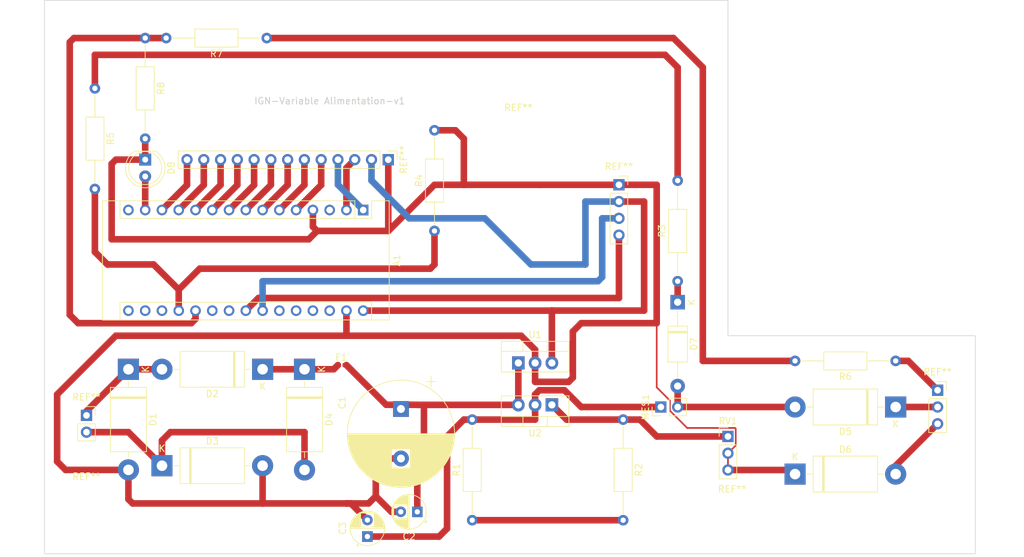
<source format=kicad_pcb>
(kicad_pcb (version 20211014) (generator pcbnew)
  (layers (0 "F.Cu" signal) (31 "B.Cu" signal) (34 "B.Paste" user) (35 "F.Paste" user) (36 "B.SilkS" user "B.Silkscreen") (37 "F.SilkS" user "F.Silkscreen") (38 "B.Mask" user) (39 "F.Mask" user) (44 "Edge.Cuts" user))
  (net 0 "")
  (net 1 "Display_1")
  (net 2 "Display_0")
  (net 4 "Screen GND")
  (net 5 "Display_2")
  (net 6 "Display_3")
  (net 7 "Display_4")
  (net 8 "Display_5")
  (net 9 "Display_6")
  (net 10 "Display_7")
  (net 11 "Display_8")
  (net 12 "Display_9")
  (net 13 "Display_10")
  (net 14 "Net-(A1-Pad14)")
  (net 19 "Net-(A1-Pad19)")
  (net 20 "Net-(A1-Pad20)")
  (net 23 "Screen SDA")
  (net 24 "Screen SCK")
  (net 29 "Screen Vcc")
  (net 30 "Net-(C1-Pad1)")
  (net 31 "Net-(C3-Pad1)")
  (net 32 "Net-(D2-Pad1)")
  (net 33 "Sortie +")
  (net 34 "Net-(D5-Pad2)")
  (net 35 "Sortie -")
  (net 36 "Net-(R3-Pad1)")
  (net 37 "Net-(R1-Pad1)")
  (net 38 "Net-(R2-Pad1)")
  (net 39 "Net-(R3-Pad2)")
  (net 40 "Sortie sonde")
  (net 41 "Net-(R6-Pad2)")
  (net 42 "Transfor1")
  (net 43 "Transfor2")
  (footprint "Connector_PinHeader_2.54mm:PinHeader_1x02_P2.54mm_Vertical" (layer "F.Cu") (at 128.27 107.95 90)
    (fp_text reference "MES1" (at 0 -2.33 90) (layer "F.SilkS"))
    (fp_text value "Ammeter_DC")
    (pad "1" thru_hole rect (at 0 0 90) (size 1.7 1.7) (drill 1) (layers *.Cu *.Mask) (net 31 "Net-(C3-Pad1)"))
    (pad "2" thru_hole oval (at 0 2.54 90) (size 1.7 1.7) (drill 1) (layers *.Cu *.Mask) (net 34 "Net-(D5-Pad2)"))
  )
  (footprint "Connector_PinSocket_2.54mm:PinSocket_1x04_P2.54mm_Vertical" (layer "F.Cu") (at 121.92 74.295)
    (fp_text reference "REF**" (at 0 -2.77) (layer "F.SilkS"))
    (fp_text value "PinSocket_1x04_P2.54mm_Vertical")
    (pad "1" thru_hole rect (at 0 0) (size 1.7 1.7) (drill 1) (layers *.Cu *.Mask) (net 4 "Screen GND"))
    (pad "2" thru_hole oval (at 0 2.54) (size 1.7 1.7) (drill 1) (layers *.Cu *.Mask) (net 29 "Screen Vcc"))
    (pad "3" thru_hole oval (at 0 5.08) (size 1.7 1.7) (drill 1) (layers *.Cu *.Mask) (net 24 "Screen SCK"))
    (pad "4" thru_hole oval (at 0 7.62) (size 1.7 1.7) (drill 1) (layers *.Cu *.Mask) (net 23 "Screen SDA"))
  )
  (footprint "MountingHole:MountingHole_3.7mm" (layer "F.Cu") (at 106.68 67.31)
    (fp_text reference "REF**" (at 0 -4.7) (layer "F.SilkS"))
    (fp_text value "MountingHole_3.7mm")
    (pad "" np_thru_hole circle (at 0 0) (size 3.7 3.7) (drill 3.7) (layers *.Cu *.Mask))
  )
  (footprint "Package_TO_SOT_THT:TO-220-3_Vertical" (layer "F.Cu") (at 106.68 101.275)
    (fp_text reference "U1" (at 2.54 -4.27) (layer "F.SilkS"))
    (fp_text value "L7805")
    (pad "1" thru_hole rect (at 0 0) (size 1.905 2) (drill 1.1) (layers *.Cu *.Mask) (net 30 "Net-(C1-Pad1)"))
    (pad "2" thru_hole oval (at 2.54 0) (size 1.905 2) (drill 1.1) (layers *.Cu *.Mask) (net 4 "Screen GND"))
    (pad "3" thru_hole oval (at 5.08 0) (size 1.905 2) (drill 1.1) (layers *.Cu *.Mask) (net 29 "Screen Vcc"))
  )
  (footprint "Connector_PinHeader_2.54mm:PinHeader_1x03_P2.54mm_Vertical" (layer "F.Cu") (at 138.43 112.41)
    (fp_text reference "RV1" (at 0 -2.33) (layer "F.SilkS"))
    (fp_text value "R_Potentiometer")
    (pad "1" thru_hole rect (at 0 0) (size 1.7 1.7) (drill 1) (layers *.Cu *.Mask) (net 38 "Net-(R2-Pad1)"))
    (pad "2" thru_hole oval (at 0 2.54) (size 1.7 1.7) (drill 1) (layers *.Cu *.Mask) (net 4 "Screen GND"))
    (pad "3" thru_hole oval (at 0 5.08) (size 1.7 1.7) (drill 1) (layers *.Cu *.Mask) (net 4 "Screen GND"))
  )
  (footprint "Diode_THT:D_DO-201AD_P15.24mm_Horizontal" (layer "F.Cu") (at 52.705 116.84)
    (fp_text reference "D3" (at 7.62 -3.72) (layer "F.SilkS"))
    (fp_text value "SF38G")
    (fp_text user "K" (at 0 -2.6) (layer "F.SilkS"))
    (pad "1" thru_hole rect (at 0 0) (size 3.2 3.2) (drill 1.6) (layers *.Cu *.Mask) (net 43 "Transfor2"))
    (pad "2" thru_hole oval (at 15.24 0) (size 3.2 3.2) (drill 1.6) (layers *.Cu *.Mask) (net 4 "Screen GND"))
  )
  (footprint "Resistor_THT:R_Axial_DIN0207_L6.3mm_D2.5mm_P15.24mm_Horizontal" (layer "F.Cu") (at 130.81 88.9 90)
    (fp_text reference "R3" (at 7.62 -2.37 90) (layer "F.SilkS"))
    (fp_text value "470")
    (pad "1" thru_hole circle (at 0 0 90) (size 1.6 1.6) (drill 0.8) (layers *.Cu *.Mask) (net 36 "Net-(R3-Pad1)"))
    (pad "2" thru_hole oval (at 15.24 0 90) (size 1.6 1.6) (drill 0.8) (layers *.Cu *.Mask) (net 39 "Net-(R3-Pad2)"))
  )
  (footprint "Resistor_THT:R_Axial_DIN0207_L6.3mm_D2.5mm_P15.24mm_Horizontal" (layer "F.Cu") (at 99.695 125.095 90)
    (fp_text reference "R1" (at 7.62 -2.37 90) (layer "F.SilkS"))
    (fp_text value "3300")
    (pad "1" thru_hole circle (at 0 0 90) (size 1.6 1.6) (drill 0.8) (layers *.Cu *.Mask) (net 37 "Net-(R1-Pad1)"))
    (pad "2" thru_hole oval (at 15.24 0 90) (size 1.6 1.6) (drill 0.8) (layers *.Cu *.Mask) (net 31 "Net-(C3-Pad1)"))
  )
  (footprint "Diode_THT:D_DO-41_SOD81_P12.70mm_Horizontal" (layer "F.Cu") (at 130.81 92.075 -90)
    (fp_text reference "D7" (at 6.35 -2.47 90) (layer "F.SilkS"))
    (fp_text value "1N4007")
    (fp_text user "K" (at 0 -2.1 90) (layer "F.SilkS"))
    (pad "1" thru_hole rect (at 0 0 270) (size 2.2 2.2) (drill 1.1) (layers *.Cu *.Mask) (net 36 "Net-(R3-Pad1)"))
    (pad "2" thru_hole oval (at 12.7 0 270) (size 2.2 2.2) (drill 1.1) (layers *.Cu *.Mask) (net 34 "Net-(D5-Pad2)"))
  )
  (footprint "Connector_PinHeader_2.54mm:PinHeader_1x13_P2.54mm_Vertical" (layer "F.Cu") (at 86.98 70.485 -90)
    (fp_text reference "REF**" (at 0 -2.33 90) (layer "F.SilkS"))
    (fp_text value "PinHeader_1x13_P2.54mm_Vertical")
    (pad "1" thru_hole rect (at 0 0 270) (size 1.7 1.7) (drill 1) (layers *.Cu *.Mask) (net 4 "Screen GND"))
    (pad "2" thru_hole oval (at 0 2.54 270) (size 1.7 1.7) (drill 1) (layers *.Cu *.Mask) (net 29 "Screen Vcc"))
    (pad "3" thru_hole oval (at 0 5.08 270) (size 1.7 1.7) (drill 1) (layers *.Cu *.Mask) (net 2 "Display_0"))
    (pad "4" thru_hole oval (at 0 7.62 270) (size 1.7 1.7) (drill 1) (layers *.Cu *.Mask) (net 1 "Display_1"))
    (pad "5" thru_hole oval (at 0 10.16 270) (size 1.7 1.7) (drill 1) (layers *.Cu *.Mask) (net 5 "Display_2"))
    (pad "6" thru_hole oval (at 0 12.7 270) (size 1.7 1.7) (drill 1) (layers *.Cu *.Mask) (net 6 "Display_3"))
    (pad "7" thru_hole oval (at 0 15.24 270) (size 1.7 1.7) (drill 1) (layers *.Cu *.Mask) (net 7 "Display_4"))
    (pad "8" thru_hole oval (at 0 17.78 270) (size 1.7 1.7) (drill 1) (layers *.Cu *.Mask) (net 8 "Display_5"))
    (pad "9" thru_hole oval (at 0 20.32 270) (size 1.7 1.7) (drill 1) (layers *.Cu *.Mask) (net 9 "Display_6"))
    (pad "10" thru_hole oval (at 0 22.86 270) (size 1.7 1.7) (drill 1) (layers *.Cu *.Mask) (net 10 "Display_7"))
    (pad "11" thru_hole oval (at 0 25.4 270) (size 1.7 1.7) (drill 1) (layers *.Cu *.Mask) (net 11 "Display_8"))
    (pad "12" thru_hole oval (at 0 27.94 270) (size 1.7 1.7) (drill 1) (layers *.Cu *.Mask) (net 12 "Display_9"))
    (pad "13" thru_hole oval (at 0 30.48 270) (size 1.7 1.7) (drill 1) (layers *.Cu *.Mask) (net 13 "Display_10"))
  )
  (footprint "Capacitor_THT:CP_Radial_D16.0mm_P7.50mm" (layer "F.Cu") (at 88.9 108.247246 -90)
    (fp_text reference "C1" (at -0.932246 8.89 90) (layer "F.SilkS"))
    (fp_text value "4700uf")
    (pad "1" thru_hole rect (at 0 0 270) (size 2.4 2.4) (drill 1.2) (layers *.Cu *.Mask) (net 30 "Net-(C1-Pad1)"))
    (pad "2" thru_hole circle (at 7.5 0 270) (size 2.4 2.4) (drill 1.2) (layers *.Cu *.Mask) (net 4 "Screen GND"))
  )
  (footprint "Resistor_THT:R_Axial_DIN0207_L6.3mm_D2.5mm_P15.24mm_Horizontal" (layer "F.Cu") (at 50.165 52.07 -90)
    (fp_text reference "R8" (at 7.62 -2.37 90) (layer "F.SilkS"))
    (fp_text value "2200")
    (pad "1" thru_hole circle (at 0 0 270) (size 1.6 1.6) (drill 0.8) (layers *.Cu *.Mask) (net 20 "Net-(A1-Pad20)"))
    (pad "2" thru_hole oval (at 15.24 0 270) (size 1.6 1.6) (drill 0.8) (layers *.Cu *.Mask) (net 4 "Screen GND"))
  )
  (footprint "MountingHole:MountingHole_3.7mm" (layer "F.Cu") (at 41.275 123.19)
    (fp_text reference "REF**" (at 0 -4.7) (layer "F.SilkS"))
    (fp_text value "MountingHole_3.7mm")
    (pad "" np_thru_hole circle (at 0 0) (size 3.7 3.7) (drill 3.7) (layers *.Cu *.Mask))
  )
  (footprint "Package_TO_SOT_THT:TO-220-3_Vertical" (layer "F.Cu") (at 111.76 107.625 180)
    (fp_text reference "U2" (at 2.54 -4.27) (layer "F.SilkS"))
    (fp_text value "LM317_TO-220")
    (pad "1" thru_hole rect (at 0 0 180) (size 1.905 2) (drill 1.1) (layers *.Cu *.Mask) (net 38 "Net-(R2-Pad1)"))
    (pad "2" thru_hole oval (at 2.54 0 180) (size 1.905 2) (drill 1.1) (layers *.Cu *.Mask) (net 31 "Net-(C3-Pad1)"))
    (pad "3" thru_hole oval (at 5.08 0 180) (size 1.905 2) (drill 1.1) (layers *.Cu *.Mask) (net 30 "Net-(C1-Pad1)"))
  )
  (footprint "Capacitor_THT:CP_Radial_D5.0mm_P2.50mm" (layer "F.Cu") (at 91.375113 123.825 180)
    (fp_text reference "C2" (at 1.25 -3.75) (layer "F.SilkS"))
    (fp_text value "0.1uf")
    (pad "1" thru_hole rect (at 0 0 180) (size 1.6 1.6) (drill 0.8) (layers *.Cu *.Mask) (net 30 "Net-(C1-Pad1)"))
    (pad "2" thru_hole circle (at 2.5 0 180) (size 1.6 1.6) (drill 0.8) (layers *.Cu *.Mask) (net 4 "Screen GND"))
  )
  (footprint "Diode_THT:D_DO-201AD_P15.24mm_Horizontal" (layer "F.Cu") (at 47.625 102.235 -90)
    (fp_text reference "D1" (at 7.62 -3.72 90) (layer "F.SilkS"))
    (fp_text value "SF38G")
    (fp_text user "K" (at 0 -2.6 90) (layer "F.SilkS"))
    (pad "1" thru_hole rect (at 0 0 270) (size 3.2 3.2) (drill 1.6) (layers *.Cu *.Mask) (net 42 "Transfor1"))
    (pad "2" thru_hole oval (at 15.24 0 270) (size 3.2 3.2) (drill 1.6) (layers *.Cu *.Mask) (net 4 "Screen GND"))
  )
  (footprint "Capacitor_THT:CP_Radial_D5.0mm_P2.50mm" (layer "F.Cu") (at 83.82 127.570113 90)
    (fp_text reference "C3" (at 1.25 -3.75 90) (layer "F.SilkS"))
    (fp_text value "1uf")
    (pad "1" thru_hole rect (at 0 0 90) (size 1.6 1.6) (drill 0.8) (layers *.Cu *.Mask) (net 31 "Net-(C3-Pad1)"))
    (pad "2" thru_hole circle (at 2.5 0 90) (size 1.6 1.6) (drill 0.8) (layers *.Cu *.Mask) (net 4 "Screen GND"))
  )
  (footprint "Module:Arduino_Nano" (layer "F.Cu") (at 83.185 78.115 -90)
    (fp_text reference "A1" (at 7.62 -5.08 90) (layer "F.SilkS"))
    (fp_text value "Arduino_Nano_v3.x")
    (pad "1" thru_hole rect (at 0 0 270) (size 1.6 1.6) (drill 1) (layers *.Cu *.Mask) (net 1 "Display_1"))
    (pad "2" thru_hole oval (at 0 2.54 270) (size 1.6 1.6) (drill 1) (layers *.Cu *.Mask) (net 2 "Display_0"))
    (pad "3" thru_hole oval (at 0 5.08 270) (size 1.6 1.6) (drill 1) (layers *.Cu *.Mask))
    (pad "4" thru_hole oval (at 0 7.62 270) (size 1.6 1.6) (drill 1) (layers *.Cu *.Mask) (net 4 "Screen GND"))
    (pad "5" thru_hole oval (at 0 10.16 270) (size 1.6 1.6) (drill 1) (layers *.Cu *.Mask) (net 5 "Display_2"))
    (pad "6" thru_hole oval (at 0 12.7 270) (size 1.6 1.6) (drill 1) (layers *.Cu *.Mask) (net 6 "Display_3"))
    (pad "7" thru_hole oval (at 0 15.24 270) (size 1.6 1.6) (drill 1) (layers *.Cu *.Mask) (net 7 "Display_4"))
    (pad "8" thru_hole oval (at 0 17.78 270) (size 1.6 1.6) (drill 1) (layers *.Cu *.Mask) (net 8 "Display_5"))
    (pad "9" thru_hole oval (at 0 20.32 270) (size 1.6 1.6) (drill 1) (layers *.Cu *.Mask) (net 9 "Display_6"))
    (pad "10" thru_hole oval (at 0 22.86 270) (size 1.6 1.6) (drill 1) (layers *.Cu *.Mask) (net 10 "Display_7"))
    (pad "11" thru_hole oval (at 0 25.4 270) (size 1.6 1.6) (drill 1) (layers *.Cu *.Mask) (net 11 "Display_8"))
    (pad "12" thru_hole oval (at 0 27.94 270) (size 1.6 1.6) (drill 1) (layers *.Cu *.Mask) (net 12 "Display_9"))
    (pad "13" thru_hole oval (at 0 30.48 270) (size 1.6 1.6) (drill 1) (layers *.Cu *.Mask) (net 13 "Display_10"))
    (pad "14" thru_hole oval (at 0 33.02 270) (size 1.6 1.6) (drill 1) (layers *.Cu *.Mask) (net 14 "Net-(A1-Pad14)"))
    (pad "15" thru_hole oval (at 0 35.56 270) (size 1.6 1.6) (drill 1) (layers *.Cu *.Mask))
    (pad "16" thru_hole oval (at 15.24 35.56 270) (size 1.6 1.6) (drill 1) (layers *.Cu *.Mask))
    (pad "17" thru_hole oval (at 15.24 33.02 270) (size 1.6 1.6) (drill 1) (layers *.Cu *.Mask))
    (pad "18" thru_hole oval (at 15.24 30.48 270) (size 1.6 1.6) (drill 1) (layers *.Cu *.Mask))
    (pad "19" thru_hole oval (at 15.24 27.94 270) (size 1.6 1.6) (drill 1) (layers *.Cu *.Mask) (net 19 "Net-(A1-Pad19)"))
    (pad "20" thru_hole oval (at 15.24 25.4 270) (size 1.6 1.6) (drill 1) (layers *.Cu *.Mask) (net 20 "Net-(A1-Pad20)"))
    (pad "21" thru_hole oval (at 15.24 22.86 270) (size 1.6 1.6) (drill 1) (layers *.Cu *.Mask))
    (pad "22" thru_hole oval (at 15.24 20.32 270) (size 1.6 1.6) (drill 1) (layers *.Cu *.Mask))
    (pad "23" thru_hole oval (at 15.24 17.78 270) (size 1.6 1.6) (drill 1) (layers *.Cu *.Mask) (net 23 "Screen SDA"))
    (pad "24" thru_hole oval (at 15.24 15.24 270) (size 1.6 1.6) (drill 1) (layers *.Cu *.Mask) (net 24 "Screen SCK"))
    (pad "25" thru_hole oval (at 15.24 12.7 270) (size 1.6 1.6) (drill 1) (layers *.Cu *.Mask))
    (pad "26" thru_hole oval (at 15.24 10.16 270) (size 1.6 1.6) (drill 1) (layers *.Cu *.Mask))
    (pad "27" thru_hole oval (at 15.24 7.62 270) (size 1.6 1.6) (drill 1) (layers *.Cu *.Mask))
    (pad "28" thru_hole oval (at 15.24 5.08 270) (size 1.6 1.6) (drill 1) (layers *.Cu *.Mask))
    (pad "29" thru_hole oval (at 15.24 2.54 270) (size 1.6 1.6) (drill 1) (layers *.Cu *.Mask) (net 4 "Screen GND"))
    (pad "30" thru_hole oval (at 15.24 0 270) (size 1.6 1.6) (drill 1) (layers *.Cu *.Mask) (net 29 "Screen Vcc"))
  )
  (footprint "Diode_THT:D_DO-201AD_P15.24mm_Horizontal" (layer "F.Cu") (at 67.945 102.235 180)
    (fp_text reference "D2" (at 7.62 -3.72) (layer "F.SilkS"))
    (fp_text value "SF38G")
    (fp_text user "K" (at 0 -2.6) (layer "F.SilkS"))
    (pad "1" thru_hole rect (at 0 0 180) (size 3.2 3.2) (drill 1.6) (layers *.Cu *.Mask) (net 32 "Net-(D2-Pad1)"))
    (pad "2" thru_hole oval (at 15.24 0 180) (size 3.2 3.2) (drill 1.6) (layers *.Cu *.Mask) (net 42 "Transfor1"))
  )
  (footprint "Resistor_THT:R_Axial_DIN0207_L6.3mm_D2.5mm_P15.24mm_Horizontal" (layer "F.Cu") (at 68.58 52.07 180)
    (fp_text reference "R7" (at 7.62 -2.37) (layer "F.SilkS"))
    (fp_text value "2200")
    (pad "1" thru_hole circle (at 0 0 180) (size 1.6 1.6) (drill 0.8) (layers *.Cu *.Mask) (net 41 "Net-(R6-Pad2)"))
    (pad "2" thru_hole oval (at 15.24 0 180) (size 1.6 1.6) (drill 0.8) (layers *.Cu *.Mask) (net 20 "Net-(A1-Pad20)"))
  )
  (footprint "Connector_PinSocket_2.54mm:PinSocket_1x03_P2.54mm_Vertical" (layer "F.Cu") (at 170.18 105.41)
    (fp_text reference "REF**" (at 0 -2.77) (layer "F.SilkS"))
    (fp_text value "PinSocket_1x03_P2.54mm_Vertical")
    (pad "1" thru_hole rect (at 0 0) (size 1.7 1.7) (drill 1) (layers *.Cu *.Mask) (net 40 "Sortie sonde"))
    (pad "2" thru_hole oval (at 0 2.54) (size 1.7 1.7) (drill 1) (layers *.Cu *.Mask) (net 33 "Sortie +"))
    (pad "3" thru_hole oval (at 0 5.08) (size 1.7 1.7) (drill 1) (layers *.Cu *.Mask) (net 35 "Sortie -"))
  )
  (footprint "Resistor_THT:R_Axial_DIN0207_L6.3mm_D2.5mm_P15.24mm_Horizontal" (layer "F.Cu") (at 122.555 109.855 -90)
    (fp_text reference "R2" (at 7.62 -2.37 90) (layer "F.SilkS"))
    (fp_text value "3300")
    (pad "1" thru_hole circle (at 0 0 270) (size 1.6 1.6) (drill 0.8) (layers *.Cu *.Mask) (net 38 "Net-(R2-Pad1)"))
    (pad "2" thru_hole oval (at 15.24 0 270) (size 1.6 1.6) (drill 0.8) (layers *.Cu *.Mask) (net 37 "Net-(R1-Pad1)"))
  )
  (footprint "Resistor_THT:R_Axial_DIN0207_L6.3mm_D2.5mm_P15.24mm_Horizontal" (layer "F.Cu") (at 163.83 100.965 180)
    (fp_text reference "R6" (at 7.62 -2.37) (layer "F.SilkS"))
    (fp_text value "470")
    (pad "1" thru_hole circle (at 0 0 180) (size 1.6 1.6) (drill 0.8) (layers *.Cu *.Mask) (net 40 "Sortie sonde"))
    (pad "2" thru_hole oval (at 15.24 0 180) (size 1.6 1.6) (drill 0.8) (layers *.Cu *.Mask) (net 41 "Net-(R6-Pad2)"))
  )
  (footprint "Fuse:Fuse_0402_1005Metric" (layer "F.Cu") (at 79.86 101.6)
    (fp_text reference "F1" (at 0 -1.17) (layer "F.SilkS"))
    (fp_text value "Fuse")
    (pad "1" smd roundrect (at -0.485 0) (size 0.59 0.64) (layers "F.Cu" "F.Paste" "F.Mask") (net 32 "Net-(D2-Pad1)"))
    (pad "2" smd roundrect (at 0.485 0) (size 0.59 0.64) (layers "F.Cu" "F.Paste" "F.Mask") (net 30 "Net-(C1-Pad1)"))
  )
  (footprint "Diode_THT:D_DO-201AD_P15.24mm_Horizontal" (layer "F.Cu") (at 163.83 107.95 180)
    (fp_text reference "D5" (at 7.62 -3.72) (layer "F.SilkS"))
    (fp_text value "SF38G")
    (fp_text user "K" (at 0 -2.6) (layer "F.SilkS"))
    (pad "1" thru_hole rect (at 0 0 180) (size 3.2 3.2) (drill 1.6) (layers *.Cu *.Mask) (net 33 "Sortie +"))
    (pad "2" thru_hole oval (at 15.24 0 180) (size 3.2 3.2) (drill 1.6) (layers *.Cu *.Mask) (net 34 "Net-(D5-Pad2)"))
  )
  (footprint "Diode_THT:D_DO-201AD_P15.24mm_Horizontal" (layer "F.Cu") (at 148.59 118.11)
    (fp_text reference "D6" (at 7.62 -3.72) (layer "F.SilkS"))
    (fp_text value "SF38G")
    (fp_text user "K" (at 0 -2.6) (layer "F.SilkS"))
    (pad "1" thru_hole rect (at 0 0) (size 3.2 3.2) (drill 1.6) (layers *.Cu *.Mask) (net 4 "Screen GND"))
    (pad "2" thru_hole oval (at 15.24 0) (size 3.2 3.2) (drill 1.6) (layers *.Cu *.Mask) (net 35 "Sortie -"))
  )
  (footprint "Diode_THT:D_DO-201AD_P15.24mm_Horizontal" (layer "F.Cu") (at 74.295 102.235 -90)
    (fp_text reference "D4" (at 7.62 -3.72 90) (layer "F.SilkS"))
    (fp_text value "SF38G")
    (fp_text user "K" (at 0 -2.6 90) (layer "F.SilkS"))
    (pad "1" thru_hole rect (at 0 0 270) (size 3.2 3.2) (drill 1.6) (layers *.Cu *.Mask) (net 32 "Net-(D2-Pad1)"))
    (pad "2" thru_hole oval (at 15.24 0 270) (size 3.2 3.2) (drill 1.6) (layers *.Cu *.Mask) (net 43 "Transfor2"))
  )
  (footprint "LED_THT:LED_D5.0mm" (layer "F.Cu") (at 50.165 70.485 -90)
    (fp_text reference "D8" (at 1.27 -3.96 90) (layer "F.SilkS"))
    (fp_text value "LED")
    (pad "1" thru_hole rect (at 0 0 270) (size 1.8 1.8) (drill 0.9) (layers *.Cu *.Mask) (net 4 "Screen GND"))
    (pad "2" thru_hole circle (at 2.54 0 270) (size 1.8 1.8) (drill 0.9) (layers *.Cu *.Mask) (net 14 "Net-(A1-Pad14)"))
  )
  (footprint "Resistor_THT:R_Axial_DIN0207_L6.3mm_D2.5mm_P15.24mm_Horizontal" (layer "F.Cu") (at 93.98 81.28 90)
    (fp_text reference "R4" (at 7.62 -2.37 90) (layer "F.SilkS"))
    (fp_text value "2200")
    (pad "1" thru_hole circle (at 0 0 90) (size 1.6 1.6) (drill 0.8) (layers *.Cu *.Mask) (net 19 "Net-(A1-Pad19)"))
    (pad "2" thru_hole oval (at 15.24 0 90) (size 1.6 1.6) (drill 0.8) (layers *.Cu *.Mask) (net 4 "Screen GND"))
  )
  (footprint "Connector_PinSocket_2.54mm:PinSocket_1x02_P2.54mm_Vertical" (layer "F.Cu") (at 41.275 109.22)
    (fp_text reference "REF**" (at 0 -2.77) (layer "F.SilkS"))
    (fp_text value "PinSocket_1x02_P2.54mm_Vertical")
    (pad "1" thru_hole rect (at 0 0) (size 1.7 1.7) (drill 1) (layers *.Cu *.Mask) (net 42 "Transfor1"))
    (pad "2" thru_hole oval (at 0 2.54) (size 1.7 1.7) (drill 1) (layers *.Cu *.Mask) (net 43 "Transfor2"))
  )
  (footprint "MountingHole:MountingHole_3.7mm" (layer "F.Cu") (at 139.065 125.095)
    (fp_text reference "REF**" (at 0 -4.7) (layer "F.SilkS"))
    (fp_text value "MountingHole_3.7mm")
    (pad "" np_thru_hole circle (at 0 0) (size 3.7 3.7) (drill 3.7) (layers *.Cu *.Mask))
  )
  (footprint "Resistor_THT:R_Axial_DIN0207_L6.3mm_D2.5mm_P15.24mm_Horizontal" (layer "F.Cu") (at 42.545 59.69 -90)
    (fp_text reference "R5" (at 7.62 -2.37 90) (layer "F.SilkS"))
    (fp_text value "2200")
    (pad "1" thru_hole circle (at 0 0 270) (size 1.6 1.6) (drill 0.8) (layers *.Cu *.Mask) (net 39 "Net-(R3-Pad2)"))
    (pad "2" thru_hole oval (at 15.24 0 270) (size 1.6 1.6) (drill 0.8) (layers *.Cu *.Mask) (net 19 "Net-(A1-Pad19)"))
  )
  (gr_poly (pts (xy 138.43 97.155) (xy 175.895 97.155) (xy 175.895 130.175) (xy 34.925 130.175) (xy 34.925 46.355) (xy 138.43 46.355)) (layer "Edge.Cuts") (width 0.1) (fill none))
  (gr_text "IGN-Variable Alimentation-v1" (at 78.105 61.595) (layer "Edge.Cuts") (effects (font (size 1 1))))
  (segment (start 79.36 70.485) (end 79.36 74.29) (width 1) (layer "B.Cu") (net 1))
  (segment (start 79.36 74.29) (end 83.185 78.115) (width 1) (layer "B.Cu") (net 1))
  (segment (start 81.9 70.485) (end 80.645 71.74) (width 1) (layer "F.Cu") (net 2))
  (segment (start 80.645 71.74) (end 80.645 78.115) (width 1) (layer "F.Cu") (net 2))
  (segment (start 74.93 82.55) (end 76.2 81.28) (width 1) (layer "F.Cu") (net 4))
  (segment (start 139.604511 111.235489) (end 139.604511 113.775489) (width 0.25) (layer "F.Cu") (net 4))
  (segment (start 36.83 106.045) (end 45.72 97.155) (width 1) (layer "F.Cu") (net 4))
  (segment (start 81.304887 122.555) (end 80.645 122.555) (width 1) (layer "F.Cu") (net 4))
  (segment (start 87.452754 123.825) (end 88.875113 123.825) (width 1) (layer "F.Cu") (net 4))
  (segment (start 139.604511 113.775489) (end 138.43 114.95) (width 0.25) (layer "F.Cu") (net 4))
  (segment (start 109.22 101.275) (end 109.22 104.14) (width 1) (layer "F.Cu") (net 4))
  (segment (start 148.575 118.125) (end 148.59 118.11) (width 1) (layer "F.Cu") (net 4))
  (segment (start 67.945 122.555) (end 80.645 122.555) (width 1) (layer "F.Cu") (net 4))
  (segment (start 85.09 116.205) (end 85.547754 115.747246) (width 1) (layer "F.Cu") (net 4))
  (segment (start 93.98 74.295) (end 98.425 74.295) (width 1) (layer "F.Cu") (net 4))
  (segment (start 47.625 121.92) (end 48.26 122.555) (width 1) (layer "F.Cu") (net 4))
  (segment (start 45.085 82.55) (end 74.93 82.55) (width 1) (layer "F.Cu") (net 4))
  (segment (start 86.98 81.265) (end 86.995 81.28) (width 1) (layer "F.Cu") (net 4))
  (segment (start 138.43 117.49) (end 147.97 117.49) (width 1) (layer "F.Cu") (net 4))
  (segment (start 116.205 95.25) (end 127.635 95.25) (width 1) (layer "F.Cu") (net 4))
  (segment (start 45.72 70.485) (end 45.085 71.12) (width 1) (layer "F.Cu") (net 4))
  (segment (start 138.43 114.95) (end 138.43 117.49) (width 0.25) (layer "F.Cu") (net 4))
  (segment (start 85.547754 115.747246) (end 88.9 115.747246) (width 1) (layer "F.Cu") (net 4))
  (segment (start 83.997246 122.555) (end 85.09 121.462246) (width 1) (layer "F.Cu") (net 4))
  (segment (start 47.625 117.475) (end 38.1 117.475) (width 1) (layer "F.Cu") (net 4))
  (segment (start 97.155 66.04) (end 98.425 67.31) (width 1) (layer "F.Cu") (net 4))
  (segment (start 129.635489 108.505969) (end 132.25452 111.125) (width 0.25) (layer "F.Cu") (net 4))
  (segment (start 76.2 81.28) (end 75.565 80.645) (width 1) (layer "F.Cu") (net 4))
  (segment (start 80.645 97.155) (end 107.1 97.155) (width 1) (layer "F.Cu") (net 4))
  (segment (start 50.165 67.31) (end 50.165 70.485) (width 1) (layer "F.Cu") (net 4))
  (segment (start 48.26 122.555) (end 67.945 122.555) (width 1) (layer "F.Cu") (net 4))
  (segment (start 129.635489 106.966467) (end 129.635489 108.505969) (width 0.25) (layer "F.Cu") (net 4))
  (segment (start 114.3 104.14) (end 114.935 103.505) (width 1) (layer "F.Cu") (net 4))
  (segment (start 50.165 70.485) (end 45.72 70.485) (width 1) (layer "F.Cu") (net 4))
  (segment (start 109.855 74.295) (end 121.92 74.295) (width 1) (layer "F.Cu") (net 4))
  (segment (start 80.645 122.555) (end 83.997246 122.555) (width 1) (layer "F.Cu") (net 4))
  (segment (start 47.625 117.475) (end 47.625 121.92) (width 1) (layer "F.Cu") (net 4))
  (segment (start 83.82 125.070113) (end 81.304887 122.555) (width 1) (layer "F.Cu") (net 4))
  (segment (start 67.945 116.84) (end 67.945 122.555) (width 1) (layer "F.Cu") (net 4))
  (segment (start 98.425 67.31) (end 98.425 74.295) (width 1) (layer "F.Cu") (net 4))
  (segment (start 86.995 81.28) (end 93.98 74.295) (width 1) (layer "F.Cu") (net 4))
  (segment (start 109.22 99.275) (end 109.22 101.275) (width 1) (layer "F.Cu") (net 4))
  (segment (start 38.1 117.475) (end 36.83 116.205) (width 1) (layer "F.Cu") (net 4))
  (segment (start 147.97 117.49) (end 148.59 118.11) (width 1) (layer "F.Cu") (net 4))
  (segment (start 127.635 104.965978) (end 129.635489 106.966467) (width 0.25) (layer "F.Cu") (net 4))
  (segment (start 75.565 80.645) (end 75.565 78.115) (width 1) (layer "F.Cu") (net 4))
  (segment (start 107.1 97.155) (end 109.22 99.275) (width 1) (layer "F.Cu") (net 4))
  (segment (start 85.09 121.462246) (end 85.09 116.205) (width 1) (layer "F.Cu") (net 4))
  (segment (start 114.935 96.52) (end 116.205 95.25) (width 1) (layer "F.Cu") (net 4))
  (segment (start 80.645 97.155) (end 80.645 94.615) (width 1) (layer "F.Cu") (net 4))
  (segment (start 132.25452 111.125) (end 139.494022 111.125) (width 0.25) (layer "F.Cu") (net 4))
  (segment (start 45.72 97.155) (end 80.645 97.155) (width 1) (layer "F.Cu") (net 4))
  (segment (start 45.085 71.12) (end 45.085 82.55) (width 1) (layer "F.Cu") (net 4))
  (segment (start 139.494022 111.125) (end 139.604511 111.235489) (width 0.25) (layer "F.Cu") (net 4))
  (segment (start 98.425 74.295) (end 109.855 74.295) (width 1) (layer "F.Cu") (net 4))
  (segment (start 114.935 103.505) (end 114.935 96.52) (width 1) (layer "F.Cu") (net 4))
  (segment (start 127.635 95.25) (end 127.635 74.295) (width 1) (layer "F.Cu") (net 4))
  (segment (start 93.98 66.04) (end 97.155 66.04) (width 1) (layer "F.Cu") (net 4))
  (segment (start 127.635 74.295) (end 121.92 74.295) (width 1) (layer "F.Cu") (net 4))
  (segment (start 86.995 81.28) (end 76.2 81.28) (width 1) (layer "F.Cu") (net 4))
  (segment (start 127.635 95.25) (end 127.635 104.965978) (width 0.25) (layer "F.Cu") (net 4))
  (segment (start 109.22 104.14) (end 114.3 104.14) (width 1) (layer "F.Cu") (net 4))
  (segment (start 80.645 94.615) (end 80.645 93.355) (width 1) (layer "F.Cu") (net 4))
  (segment (start 86.98 70.485) (end 86.98 81.265) (width 1) (layer "F.Cu") (net 4))
  (segment (start 36.83 116.205) (end 36.83 106.045) (width 1) (layer "F.Cu") (net 4))
  (segment (start 85.09 121.462246) (end 87.452754 123.825) (width 1) (layer "F.Cu") (net 4))
  (segment (start 76.82 74.32) (end 73.025 78.115) (width 1) (layer "F.Cu") (net 5))
  (segment (start 76.82 70.485) (end 76.82 74.32) (width 1) (layer "F.Cu") (net 5))
  (segment (start 74.28 70.485) (end 74.28 74.32) (width 1) (layer "F.Cu") (net 6))
  (segment (start 74.28 74.32) (end 70.485 78.115) (width 1) (layer "F.Cu") (net 6))
  (segment (start 71.74 70.485) (end 71.74 74.32) (width 1) (layer "F.Cu") (net 7))
  (segment (start 71.74 74.32) (end 67.945 78.115) (width 1) (layer "F.Cu") (net 7))
  (segment (start 69.2 74.32) (end 65.405 78.115) (width 1) (layer "F.Cu") (net 8))
  (segment (start 69.2 70.485) (end 69.2 74.32) (width 1) (layer "F.Cu") (net 8))
  (segment (start 66.66 70.485) (end 66.66 74.32) (width 1) (layer "F.Cu") (net 9))
  (segment (start 66.66 74.32) (end 62.865 78.115) (width 1) (layer "F.Cu") (net 9))
  (segment (start 64.12 74.32) (end 60.325 78.115) (width 1) (layer "F.Cu") (net 10))
  (segment (start 64.12 70.485) (end 64.12 74.32) (width 1) (layer "F.Cu") (net 10))
  (segment (start 61.58 74.32) (end 57.785 78.115) (width 1) (layer "F.Cu") (net 11))
  (segment (start 61.58 70.485) (end 61.58 74.32) (width 1) (layer "F.Cu") (net 11))
  (segment (start 59.04 74.32) (end 55.245 78.115) (width 1) (layer "F.Cu") (net 12))
  (segment (start 59.04 70.485) (end 59.04 74.32) (width 1) (layer "F.Cu") (net 12))
  (segment (start 56.5 74.32) (end 52.705 78.115) (width 1) (layer "F.Cu") (net 13))
  (segment (start 56.5 70.485) (end 56.5 74.32) (width 1) (layer "F.Cu") (net 13))
  (segment (start 50.165 73.025) (end 50.165 78.115) (width 1) (layer "F.Cu") (net 14))
  (segment (start 93.345 86.995) (end 58.42 86.995) (width 1) (layer "F.Cu") (net 19))
  (segment (start 51.435 86.36) (end 55.245 90.17) (width 1) (layer "F.Cu") (net 19))
  (segment (start 44.45 86.36) (end 51.435 86.36) (width 1) (layer "F.Cu") (net 19))
  (segment (start 93.98 81.28) (end 93.98 86.36) (width 1) (layer "F.Cu") (net 19))
  (segment (start 58.42 86.995) (end 55.245 90.17) (width 1) (layer "F.Cu") (net 19))
  (segment (start 42.545 74.93) (end 42.545 84.455) (width 1) (layer "F.Cu") (net 19))
  (segment (start 55.245 90.17) (end 55.245 93.355) (width 1) (layer "F.Cu") (net 19))
  (segment (start 93.98 86.36) (end 93.345 86.995) (width 1) (layer "F.Cu") (net 19))
  (segment (start 42.545 84.455) (end 44.45 86.36) (width 1) (layer "F.Cu") (net 19))
  (segment (start 39.37 52.07) (end 38.735 52.705) (width 1) (layer "F.Cu") (net 20))
  (segment (start 50.165 52.07) (end 53.34 52.07) (width 1) (layer "F.Cu") (net 20))
  (segment (start 57.15 95.25) (end 57.785 94.615) (width 1) (layer "F.Cu") (net 20))
  (segment (start 50.165 52.07) (end 39.37 52.07) (width 1) (layer "F.Cu") (net 20))
  (segment (start 57.785 94.615) (end 57.785 93.355) (width 1) (layer "F.Cu") (net 20))
  (segment (start 38.735 93.98) (end 40.005 95.25) (width 1) (layer "F.Cu") (net 20))
  (segment (start 38.735 52.705) (end 38.735 93.98) (width 1) (layer "F.Cu") (net 20))
  (segment (start 40.005 95.25) (end 57.15 95.25) (width 1) (layer "F.Cu") (net 20))
  (segment (start 67.32 91.44) (end 121.92 91.44) (width 1) (layer "F.Cu") (net 23))
  (segment (start 121.92 91.44) (end 121.92 81.915) (width 1) (layer "F.Cu") (net 23))
  (segment (start 65.405 93.355) (end 67.32 91.44) (width 1) (layer "F.Cu") (net 23))
  (segment (start 67.945 88.9) (end 118.745 88.9) (width 1) (layer "B.Cu") (net 24))
  (segment (start 67.945 93.355) (end 67.945 88.9) (width 1) (layer "B.Cu") (net 24))
  (segment (start 118.745 88.9) (end 119.38 88.265) (width 1) (layer "B.Cu") (net 24))
  (segment (start 119.38 79.375) (end 121.92 79.375) (width 1) (layer "B.Cu") (net 24))
  (segment (start 119.38 88.265) (end 119.38 79.375) (width 1) (layer "B.Cu") (net 24))
  (segment (start 125.73 76.835) (end 125.73 93.345) (width 1) (layer "F.Cu") (net 29))
  (segment (start 121.92 76.835) (end 125.73 76.835) (width 1) (layer "F.Cu") (net 29))
  (segment (start 83.185 93.355) (end 111.75 93.355) (width 1) (layer "F.Cu") (net 29))
  (segment (start 111.75 93.355) (end 111.76 93.345) (width 1) (layer "F.Cu") (net 29))
  (segment (start 125.73 93.345) (end 111.76 93.345) (width 1) (layer "F.Cu") (net 29))
  (segment (start 111.76 93.345) (end 111.76 101.275) (width 1) (layer "F.Cu") (net 29))
  (segment (start 84.44 70.485) (end 84.44 73.645) (width 1) (layer "B.Cu") (net 29))
  (segment (start 116.84 76.835) (end 121.92 76.835) (width 1) (layer "B.Cu") (net 29))
  (segment (start 90.17 79.375) (end 101.6 79.375) (width 1) (layer "B.Cu") (net 29))
  (segment (start 116.84 86.36) (end 116.84 76.835) (width 1) (layer "B.Cu") (net 29))
  (segment (start 84.44 73.645) (end 90.17 79.375) (width 1) (layer "B.Cu") (net 29))
  (segment (start 101.6 79.375) (end 108.585 86.36) (width 1) (layer "B.Cu") (net 29))
  (segment (start 108.585 86.36) (end 116.84 86.36) (width 1) (layer "B.Cu") (net 29))
  (segment (start 91.44 107.612246) (end 86.657246 107.612246) (width 1) (layer "F.Cu") (net 30))
  (segment (start 91.452754 107.625) (end 91.44 107.612246) (width 1) (layer "F.Cu") (net 30))
  (segment (start 91.375113 118.809887) (end 92.385 117.8) (width 1) (layer "F.Cu") (net 30))
  (segment (start 92.385 107.625) (end 91.452754 107.625) (width 1) (layer "F.Cu") (net 30))
  (segment (start 106.68 107.625) (end 92.385 107.625) (width 1) (layer "F.Cu") (net 30))
  (segment (start 106.667246 107.612246) (end 106.68 107.625) (width 0.25) (layer "F.Cu") (net 30))
  (segment (start 92.385 117.8) (end 92.385 107.625) (width 1) (layer "F.Cu") (net 30))
  (segment (start 106.68 101.275) (end 106.68 107.625) (width 1) (layer "F.Cu") (net 30))
  (segment (start 91.375113 123.825) (end 91.375113 118.809887) (width 1) (layer "F.Cu") (net 30))
  (segment (start 86.657246 107.612246) (end 80.645 101.6) (width 1) (layer "F.Cu") (net 30))
  (segment (start 109.855 105.41) (end 113.665 105.41) (width 1) (layer "F.Cu") (net 31))
  (segment (start 109.22 106.045) (end 109.855 105.41) (width 1) (layer "F.Cu") (net 31))
  (segment (start 113.665 105.41) (end 116.205 107.95) (width 1) (layer "F.Cu") (net 31))
  (segment (start 83.82 127.570113) (end 94.679887 127.570113) (width 1) (layer "F.Cu") (net 31))
  (segment (start 116.205 107.95) (end 128.27 107.95) (width 1) (layer "F.Cu") (net 31))
  (segment (start 109.22 109.855) (end 109.22 107.625) (width 1) (layer "F.Cu") (net 31))
  (segment (start 100.33 109.855) (end 109.22 109.855) (width 1) (layer "F.Cu") (net 31))
  (segment (start 109.22 107.625) (end 109.22 106.045) (width 1) (layer "F.Cu") (net 31))
  (segment (start 94.679887 127.570113) (end 95.885 126.365) (width 1) (layer "F.Cu") (net 31))
  (segment (start 95.885 126.365) (end 95.885 112.395) (width 1) (layer "F.Cu") (net 31))
  (segment (start 95.885 112.395) (end 98.425 109.855) (width 1) (layer "F.Cu") (net 31))
  (segment (start 98.425 109.855) (end 100.33 109.855) (width 1) (layer "F.Cu") (net 31))
  (segment (start 74.295 102.235) (end 67.945 102.235) (width 1) (layer "F.Cu") (net 32))
  (segment (start 78.74 102.235) (end 79.375 101.6) (width 0.25) (layer "F.Cu") (net 32))
  (segment (start 78.71548 102.235) (end 79.35048 101.6) (width 1) (layer "F.Cu") (net 32))
  (segment (start 74.295 102.235) (end 78.71548 102.235) (width 1) (layer "F.Cu") (net 32))
  (segment (start 163.83 107.95) (end 170.18 107.95) (width 1) (layer "F.Cu") (net 33))
  (segment (start 130.81 107.95) (end 148.59 107.95) (width 1) (layer "F.Cu") (net 34))
  (segment (start 130.81 104.775) (end 130.81 107.95) (width 1) (layer "F.Cu") (net 34))
  (segment (start 163.83 116.84) (end 163.83 118.11) (width 1) (layer "F.Cu") (net 35))
  (segment (start 170.18 110.49) (end 163.83 116.84) (width 1) (layer "F.Cu") (net 35))
  (segment (start 130.81 88.9) (end 130.81 92.075) (width 1) (layer "F.Cu") (net 36))
  (segment (start 122.555 125.095) (end 100.33 125.095) (width 1) (layer "F.Cu") (net 37))
  (segment (start 127.65 112.41) (end 138.43 112.41) (width 1) (layer "F.Cu") (net 38))
  (segment (start 122.555 109.855) (end 125.095 109.855) (width 1) (layer "F.Cu") (net 38))
  (segment (start 111.76 107.625) (end 113.99 109.855) (width 1) (layer "F.Cu") (net 38))
  (segment (start 125.095 109.855) (end 127.65 112.41) (width 1) (layer "F.Cu") (net 38))
  (segment (start 113.99 109.855) (end 122.555 109.855) (width 1) (layer "F.Cu") (net 38))
  (segment (start 42.545 59.69) (end 42.545 54.61) (width 1) (layer "F.Cu") (net 39))
  (segment (start 130.81 56.515) (end 130.81 73.66) (width 1) (layer "F.Cu") (net 39))
  (segment (start 42.545 54.61) (end 128.905 54.61) (width 1) (layer "F.Cu") (net 39))
  (segment (start 128.905 54.61) (end 130.81 56.515) (width 1) (layer "F.Cu") (net 39))
  (segment (start 163.83 100.965) (end 165.735 100.965) (width 1) (layer "F.Cu") (net 40))
  (segment (start 165.735 100.965) (end 170.18 105.41) (width 1) (layer "F.Cu") (net 40))
  (segment (start 130.175 52.07) (end 134.62 56.515) (width 1) (layer "F.Cu") (net 41))
  (segment (start 68.58 52.07) (end 130.175 52.07) (width 1) (layer "F.Cu") (net 41))
  (segment (start 134.62 100.965) (end 148.59 100.965) (width 1) (layer "F.Cu") (net 41))
  (segment (start 134.62 56.515) (end 134.62 100.965) (width 1) (layer "F.Cu") (net 41))
  (segment (start 41.275 109.22) (end 41.275 108.585) (width 1) (layer "F.Cu") (net 42))
  (segment (start 52.705 102.235) (end 47.625 102.235) (width 1) (layer "F.Cu") (net 42))
  (segment (start 41.275 108.585) (end 47.625 102.235) (width 1) (layer "F.Cu") (net 42))
  (segment (start 52.705 113.03) (end 53.975 111.76) (width 1) (layer "F.Cu") (net 43))
  (segment (start 52.705 116.84) (end 52.705 113.03) (width 1) (layer "F.Cu") (net 43))
  (segment (start 41.275 111.76) (end 47.625 111.76) (width 1) (layer "F.Cu") (net 43))
  (segment (start 53.975 111.76) (end 74.295 111.76) (width 1) (layer "F.Cu") (net 43))
  (segment (start 74.295 111.76) (end 74.295 117.475) (width 1) (layer "F.Cu") (net 43))
  (segment (start 47.625 111.76) (end 52.705 116.84) (width 1) (layer "F.Cu") (net 43))
)
</source>
